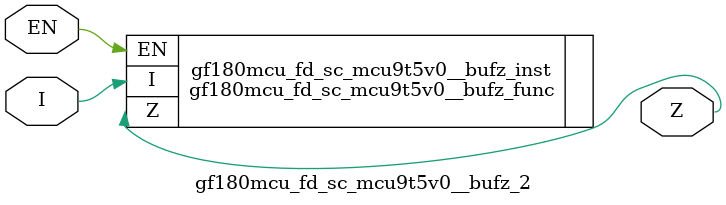
<source format=v>

`ifndef GF180MCU_FD_SC_MCU9T5V0__BUFZ_2_V
`define GF180MCU_FD_SC_MCU9T5V0__BUFZ_2_V

`include "gf180mcu_fd_sc_mcu9t5v0__bufz.v"

`ifdef USE_POWER_PINS
module gf180mcu_fd_sc_mcu9t5v0__bufz_2( EN, I, Z, VDD, VSS );
inout VDD, VSS;
`else // If not USE_POWER_PINS
module gf180mcu_fd_sc_mcu9t5v0__bufz_2( EN, I, Z );
`endif // If not USE_POWER_PINS
input EN, I;
output Z;

`ifdef USE_POWER_PINS
  gf180mcu_fd_sc_mcu9t5v0__bufz_func gf180mcu_fd_sc_mcu9t5v0__bufz_inst(.EN(EN),.I(I),.Z(Z),.VDD(VDD),.VSS(VSS));
`else // If not USE_POWER_PINS
  gf180mcu_fd_sc_mcu9t5v0__bufz_func gf180mcu_fd_sc_mcu9t5v0__bufz_inst(.EN(EN),.I(I),.Z(Z));
`endif // If not USE_POWER_PINS

`ifndef FUNCTIONAL
	// spec_gates_begin


	// spec_gates_end



   specify

	// specify_block_begin

	// comb arc EN --> Z
	 (EN => Z) = (1.0,1.0);

	// comb arc I --> Z
	 (I => Z) = (1.0,1.0);

	// specify_block_end

   endspecify

   `endif

endmodule
`endif // GF180MCU_FD_SC_MCU9T5V0__BUFZ_2_V

</source>
